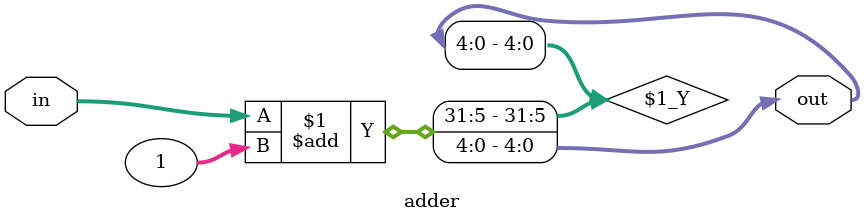
<source format=v>
`timescale 1ns / 1ps


module adder(
    input [4:0] in,
    output [4:0] out
    );
    
    assign out = in + 1;
endmodule

</source>
